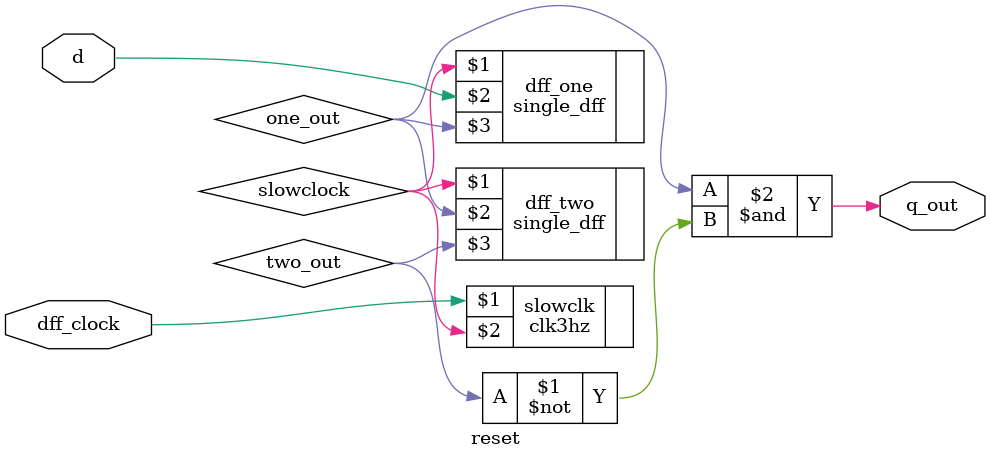
<source format=v>
`timescale 1ns / 1ps


module reset(input dff_clock,input d,output q_out);
    wire slowclock, one_out, two_out;
    
    clk3hz slowclk (dff_clock, slowclock);
    single_dff dff_one (slowclock, d, one_out);
    single_dff dff_two (slowclock, one_out, two_out);
    
    assign q_out = one_out & ~two_out;
    
endmodule

</source>
